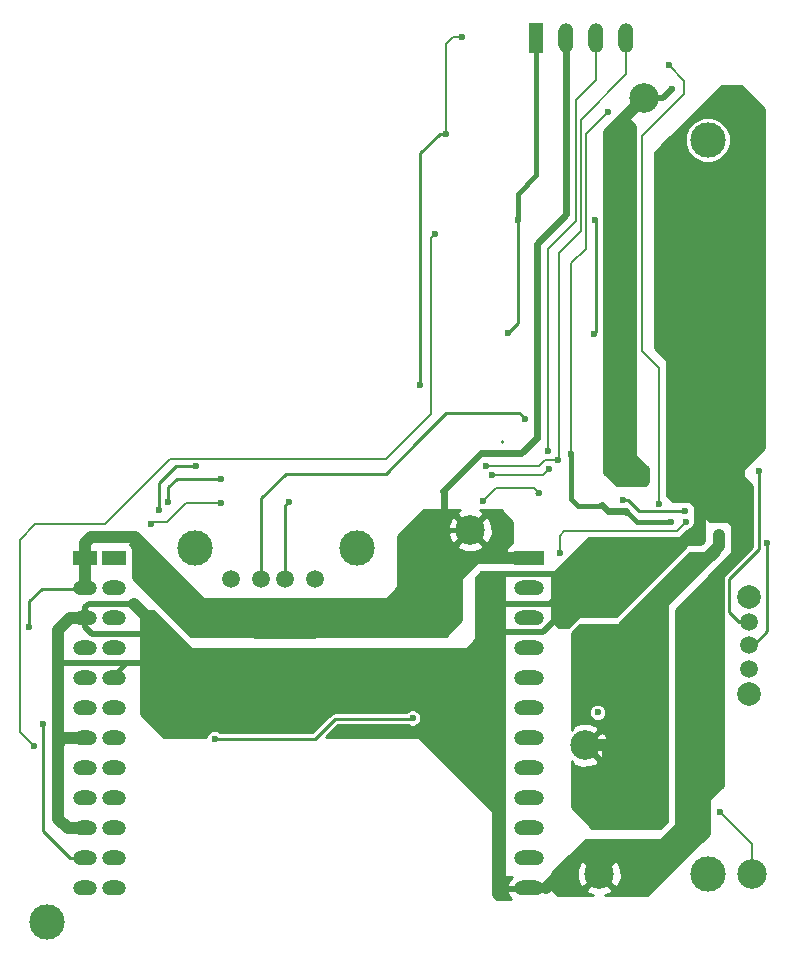
<source format=gbr>
G04 #@! TF.FileFunction,Copper,L2,Bot,Signal*
%FSLAX46Y46*%
G04 Gerber Fmt 4.6, Leading zero omitted, Abs format (unit mm)*
G04 Created by KiCad (PCBNEW 4.0.6) date Monday, July 30, 2018 'PMt' 08:55:28 PM*
%MOMM*%
%LPD*%
G01*
G04 APERTURE LIST*
%ADD10C,0.100000*%
%ADD11C,2.999740*%
%ADD12C,1.500000*%
%ADD13C,2.000000*%
%ADD14C,1.501140*%
%ADD15R,1.270000X2.540000*%
%ADD16O,1.270000X2.540000*%
%ADD17R,2.000000X1.270000*%
%ADD18O,2.000000X1.270000*%
%ADD19R,2.540000X1.270000*%
%ADD20O,2.540000X1.270000*%
%ADD21C,2.500000*%
%ADD22C,0.600000*%
%ADD23C,0.250000*%
%ADD24C,0.180000*%
%ADD25C,1.000000*%
%ADD26C,0.500000*%
%ADD27C,0.400000*%
%ADD28C,0.600000*%
%ADD29C,0.254000*%
G04 APERTURE END LIST*
D10*
D11*
X112623600Y-136855200D03*
X168605200Y-132791200D03*
X168605200Y-70612000D03*
D12*
X172059600Y-115385600D03*
X172059600Y-113385600D03*
X172059600Y-111385600D03*
D13*
X172059600Y-117485600D03*
X172059600Y-109285600D03*
D14*
X128269140Y-107799720D03*
X130809140Y-107799720D03*
X132841140Y-107799720D03*
X135381140Y-107799720D03*
D11*
X125221140Y-105132720D03*
X138937140Y-105132720D03*
D15*
X154076400Y-61986800D03*
D16*
X156616400Y-61986800D03*
X159156400Y-61986800D03*
X161696400Y-61986800D03*
D17*
X115874800Y-106019600D03*
D18*
X115874800Y-108559600D03*
X115874800Y-111099600D03*
X115874800Y-113639600D03*
X115874800Y-116179600D03*
X115874800Y-118719600D03*
X115874800Y-121259600D03*
X115874800Y-123799600D03*
X115874800Y-126339600D03*
X115874800Y-128879600D03*
X115874800Y-131419600D03*
X115874800Y-133959600D03*
D19*
X153466800Y-106019600D03*
D20*
X153466800Y-108559600D03*
X153466800Y-111099600D03*
X153466800Y-113639600D03*
X153466800Y-116179600D03*
X153466800Y-118719600D03*
X153466800Y-121259600D03*
X153466800Y-123799600D03*
X153466800Y-126339600D03*
X153466800Y-128879600D03*
X153466800Y-131419600D03*
X153466800Y-133959600D03*
D17*
X118364000Y-106019600D03*
D18*
X118364000Y-108559600D03*
X118364000Y-111099600D03*
X118364000Y-113639600D03*
X118364000Y-116179600D03*
X118364000Y-118719600D03*
X118364000Y-121259600D03*
X118364000Y-123799600D03*
X118364000Y-126339600D03*
X118364000Y-128879600D03*
X118364000Y-131419600D03*
X118364000Y-133959600D03*
D21*
X148488400Y-103632000D03*
X172364400Y-132740400D03*
X163169600Y-67056000D03*
X159410400Y-132740400D03*
X158242000Y-121869200D03*
D22*
X153111200Y-94259400D03*
X133121400Y-101269800D03*
X164439600Y-101396800D03*
X165303200Y-64262000D03*
X122174000Y-101904800D03*
X125272800Y-98247200D03*
X144272000Y-91389200D03*
X146456400Y-70104000D03*
X147828000Y-61874400D03*
X121488200Y-103098600D03*
X127406400Y-101371400D03*
X149606000Y-101142800D03*
X154305000Y-100482400D03*
X112293400Y-120065800D03*
X122936000Y-101295200D03*
X127355600Y-99314000D03*
X149809200Y-98196400D03*
X155956000Y-97713800D03*
X150317200Y-99009200D03*
X155143200Y-98501200D03*
X155092400Y-96977200D03*
X143611600Y-119557800D03*
X126847600Y-121310400D03*
X163118800Y-98653600D03*
X162356800Y-99110800D03*
X162356800Y-98653600D03*
X165608000Y-66294000D03*
X128320800Y-114274600D03*
X146024600Y-120675400D03*
X150444200Y-115874800D03*
X134950200Y-120065800D03*
X172643800Y-68351400D03*
X159283400Y-119075200D03*
X159029400Y-131292600D03*
X172770800Y-88620600D03*
X159029397Y-77418921D03*
X158978600Y-87071200D03*
X151688800Y-86944200D03*
X152501600Y-77419200D03*
X172669200Y-77444600D03*
X172008800Y-100787200D03*
X162102800Y-107188000D03*
X159920950Y-107185450D03*
X160985200Y-108305600D03*
X161033450Y-107185450D03*
X158750000Y-108305600D03*
X161033450Y-104960450D03*
X162153600Y-108254800D03*
X159920950Y-106072950D03*
X158800800Y-106070400D03*
X158808450Y-107185450D03*
X159918400Y-108305600D03*
X158808450Y-104960450D03*
X159920950Y-104960450D03*
X133807200Y-115722400D03*
X162102800Y-106273600D03*
X170789600Y-66497200D03*
X167944800Y-98958400D03*
X162145950Y-104960450D03*
X169722800Y-124917200D03*
X167284400Y-118516400D03*
X158242000Y-112166400D03*
X161340800Y-117881400D03*
X164312600Y-128447800D03*
X165481000Y-102971600D03*
X167919400Y-106680000D03*
X161366200Y-120167400D03*
X160197800Y-68224400D03*
X157048200Y-97205800D03*
X159664400Y-101574600D03*
X161696400Y-102082600D03*
X169570400Y-104038400D03*
X136296400Y-112268000D03*
X125171200Y-112217200D03*
X156591000Y-73863200D03*
X111150400Y-111861600D03*
X169646600Y-127533400D03*
X173659800Y-104698800D03*
X166725600Y-102971600D03*
X156057600Y-105613200D03*
X161442400Y-101092000D03*
X166700200Y-102031800D03*
X145516600Y-78562200D03*
X111556800Y-121920000D03*
X172974000Y-98628200D03*
D23*
X151206200Y-96164400D02*
X151206200Y-96139000D01*
X151206200Y-96139000D02*
X151206200Y-96164400D01*
X153111200Y-94259400D02*
X153111200Y-94183200D01*
X153111200Y-94183200D02*
X152654000Y-93726000D01*
X152654000Y-93726000D02*
X146456400Y-93726000D01*
X146456400Y-93726000D02*
X144018000Y-96164400D01*
X144018000Y-96164400D02*
X141325600Y-98856800D01*
X141325600Y-98856800D02*
X132892800Y-98856800D01*
X132892800Y-98856800D02*
X130809140Y-100940460D01*
X130809140Y-100940460D02*
X130809140Y-107799720D01*
X132841140Y-101550060D02*
X132841140Y-107799720D01*
X133121400Y-101269800D02*
X132841140Y-101550060D01*
D24*
X164439600Y-101396800D02*
X164439600Y-89916000D01*
X166624000Y-65582800D02*
X165303200Y-64262000D01*
X166624000Y-66700400D02*
X166624000Y-65582800D01*
X163017200Y-70307200D02*
X166624000Y-66700400D01*
X163017200Y-88493600D02*
X163017200Y-70307200D01*
X164439600Y-89916000D02*
X163017200Y-88493600D01*
D23*
X122174000Y-101904800D02*
X122174000Y-99618800D01*
X122174000Y-99618800D02*
X123545600Y-98247200D01*
X123545600Y-98247200D02*
X125272800Y-98247200D01*
X144272000Y-91389200D02*
X144272000Y-71729600D01*
X144272000Y-71729600D02*
X145897600Y-70104000D01*
X145897600Y-70104000D02*
X146456400Y-70104000D01*
D24*
X146456400Y-62484000D02*
X146456400Y-70104000D01*
X147066000Y-61874400D02*
X146456400Y-62484000D01*
X147828000Y-61874400D02*
X147066000Y-61874400D01*
X121488200Y-103098600D02*
X121589800Y-102997000D01*
X121589800Y-102997000D02*
X122809000Y-102997000D01*
X122809000Y-102997000D02*
X124434600Y-101371400D01*
X124434600Y-101371400D02*
X127406400Y-101371400D01*
X153898600Y-100076000D02*
X154305000Y-100482400D01*
X150672800Y-100076000D02*
X153898600Y-100076000D01*
X149606000Y-101142800D02*
X150672800Y-100076000D01*
X154305000Y-100482400D02*
X154051000Y-100482400D01*
D23*
X112293400Y-120065800D02*
X112293400Y-129108200D01*
X115874800Y-131419600D02*
X114604800Y-131419600D01*
X114604800Y-131419600D02*
X112293400Y-129108200D01*
X123647200Y-99314000D02*
X122936000Y-100025200D01*
X122936000Y-100025200D02*
X122936000Y-101295200D01*
X123647200Y-99314000D02*
X127355600Y-99314000D01*
D24*
X149809200Y-98196400D02*
X154330400Y-98196400D01*
X155194000Y-97739200D02*
X155956000Y-97713800D01*
X154787600Y-97739200D02*
X155194000Y-97739200D01*
X154330400Y-98196400D02*
X154787600Y-97739200D01*
X161696400Y-65024000D02*
X161696400Y-61986800D01*
X155956000Y-97713800D02*
X156006800Y-97663000D01*
X156006800Y-97663000D02*
X156006800Y-80162400D01*
X156006800Y-80162400D02*
X157835600Y-78333600D01*
X157835600Y-78333600D02*
X157835600Y-68884800D01*
X157835600Y-68884800D02*
X161696400Y-65024000D01*
X150317200Y-99009200D02*
X154635200Y-99009200D01*
X154635200Y-99009200D02*
X155143200Y-98501200D01*
X159156400Y-65532000D02*
X159156400Y-61986800D01*
X157429200Y-67259200D02*
X159156400Y-65532000D01*
X157429200Y-77470000D02*
X157429200Y-67259200D01*
X155092400Y-79806800D02*
X157429200Y-77470000D01*
X155092400Y-96977200D02*
X155092400Y-79806800D01*
D23*
X143611600Y-119557800D02*
X143594667Y-119608600D01*
X143594667Y-119608600D02*
X137058400Y-119608600D01*
X137058400Y-119608600D02*
X135356600Y-121310400D01*
X135356600Y-121310400D02*
X126847600Y-121310400D01*
D25*
X162356800Y-98653600D02*
X163118800Y-98653600D01*
X160375600Y-97129600D02*
X161899600Y-98653600D01*
X160375600Y-97129600D02*
X160375600Y-69850000D01*
X163169600Y-67056000D02*
X160375600Y-69850000D01*
X161899600Y-98653600D02*
X162356800Y-98653600D01*
D23*
X162356800Y-98653600D02*
X162356800Y-99110800D01*
D26*
X163169600Y-67056000D02*
X164846000Y-67056000D01*
X164846000Y-67056000D02*
X165608000Y-66294000D01*
D27*
X127774700Y-114820700D02*
X124980700Y-114820700D01*
X128320800Y-114274600D02*
X127774700Y-114820700D01*
X146075400Y-120624600D02*
X146202400Y-120624600D01*
X146024600Y-120675400D02*
X146075400Y-120624600D01*
D28*
X150342600Y-115874800D02*
X150342600Y-115900200D01*
X150444200Y-115874800D02*
X150342600Y-115874800D01*
D23*
X134950200Y-120065800D02*
X135128000Y-120065800D01*
D27*
X172694600Y-68402200D02*
X172694600Y-68478400D01*
X172643800Y-68351400D02*
X172694600Y-68402200D01*
D23*
X159283400Y-119075200D02*
X159308800Y-119075200D01*
D24*
X159029400Y-131292600D02*
X159029400Y-131267200D01*
X159029400Y-131267200D02*
X159029400Y-131292600D01*
X159029400Y-131292600D02*
X159029400Y-131267200D01*
D25*
X172008800Y-103682800D02*
X172008800Y-104851200D01*
X169081200Y-111385600D02*
X167284400Y-113182400D01*
X167284400Y-118516400D02*
X167284400Y-113182400D01*
X172008800Y-103682800D02*
X172008800Y-100787200D01*
X169081200Y-107778800D02*
X169081200Y-111385600D01*
X172008800Y-104851200D02*
X169081200Y-107778800D01*
D23*
X172770800Y-88620600D02*
X172669200Y-88620600D01*
X172669200Y-88620600D02*
X172770800Y-88620600D01*
X172770800Y-88620600D02*
X172669200Y-88620600D01*
X159156400Y-86893400D02*
X158978600Y-87071200D01*
X159156400Y-77545924D02*
X159156400Y-86893400D01*
X159156400Y-77545924D02*
X159029397Y-77418921D01*
X152501600Y-77419200D02*
X152501600Y-86131400D01*
X152501600Y-86131400D02*
X151688800Y-86944200D01*
D27*
X154076400Y-61986800D02*
X154076400Y-73583800D01*
X152501600Y-75158600D02*
X152501600Y-77419200D01*
X154076400Y-73583800D02*
X152501600Y-75158600D01*
D25*
X170180000Y-98958400D02*
X172694600Y-96443800D01*
X172669200Y-92506800D02*
X172669200Y-88620600D01*
X172669200Y-88620600D02*
X172669200Y-77470000D01*
X172694600Y-92481400D02*
X172669200Y-92506800D01*
X172694600Y-96443800D02*
X172694600Y-92481400D01*
X167944800Y-98958400D02*
X170180000Y-98958400D01*
X170180000Y-98958400D02*
X172008800Y-100787200D01*
X157632400Y-131267200D02*
X159029400Y-131267200D01*
X159029400Y-131267200D02*
X161366200Y-131267200D01*
X167360600Y-127762000D02*
X167360600Y-124663200D01*
X164541200Y-130581400D02*
X167360600Y-127762000D01*
X162052000Y-130581400D02*
X164541200Y-130581400D01*
X161366200Y-131267200D02*
X162052000Y-130581400D01*
D28*
X172669200Y-77444600D02*
X172642940Y-77418340D01*
X172642940Y-77418340D02*
X172568460Y-77418340D01*
D27*
X172568460Y-77418340D02*
X172669200Y-77519080D01*
X172669200Y-77519080D02*
X172669200Y-77470000D01*
X118364000Y-116179600D02*
X118364000Y-115925600D01*
X118364000Y-115925600D02*
X119380000Y-114909600D01*
X119380000Y-114909600D02*
X119227600Y-114909600D01*
X119227600Y-114909600D02*
X119176800Y-114960400D01*
X119176800Y-114960400D02*
X119176800Y-114909600D01*
D26*
X113588800Y-114909600D02*
X119176800Y-114909600D01*
X119176800Y-114909600D02*
X120954800Y-114909600D01*
X122377200Y-113487200D02*
X122377200Y-112217200D01*
X120954800Y-114909600D02*
X122377200Y-113487200D01*
X115874800Y-111099600D02*
X115874800Y-111836200D01*
X120700800Y-112471200D02*
X121666000Y-111506000D01*
X116509800Y-112471200D02*
X120700800Y-112471200D01*
X115874800Y-111836200D02*
X116509800Y-112471200D01*
X120040400Y-109880400D02*
X116179600Y-109880400D01*
X115874800Y-110185200D02*
X115874800Y-111099600D01*
X116179600Y-109880400D02*
X115874800Y-110185200D01*
X158750000Y-108305600D02*
X158750000Y-108204000D01*
X149301200Y-113741200D02*
X149301200Y-114808000D01*
X150774400Y-112268000D02*
X149301200Y-113741200D01*
X154686000Y-112268000D02*
X150774400Y-112268000D01*
X158750000Y-108204000D02*
X154686000Y-112268000D01*
X158808450Y-107185450D02*
X157939750Y-107185450D01*
X150012400Y-109880400D02*
X149301200Y-109169200D01*
X155244800Y-109880400D02*
X150012400Y-109880400D01*
X157939750Y-107185450D02*
X155244800Y-109880400D01*
X158808450Y-104960450D02*
X158183550Y-104960450D01*
X158183550Y-104960450D02*
X155803600Y-107340400D01*
X155803600Y-107340400D02*
X150926800Y-107340400D01*
X150926800Y-107340400D02*
X149301200Y-108966000D01*
D23*
X149301200Y-108966000D02*
X149301200Y-109169200D01*
D25*
X149301200Y-114808000D02*
X148437600Y-115671600D01*
X148437600Y-115671600D02*
X145694400Y-115671600D01*
X145694400Y-115671600D02*
X142443200Y-115671600D01*
D23*
X149301200Y-109169200D02*
X149301200Y-114808000D01*
D27*
X162153600Y-108254800D02*
X162153600Y-107238800D01*
X162153600Y-107238800D02*
X162102800Y-107188000D01*
X159918400Y-108305600D02*
X159918400Y-107188000D01*
X159918400Y-107188000D02*
X159920950Y-107185450D01*
X160985200Y-108305600D02*
X160985200Y-108249700D01*
X160985200Y-108249700D02*
X159920950Y-107185450D01*
X162153600Y-108254800D02*
X161036000Y-108254800D01*
X161036000Y-108254800D02*
X160985200Y-108305600D01*
X161033450Y-107185450D02*
X159920950Y-107185450D01*
X159920950Y-107185450D02*
X159870150Y-107185450D01*
X159870150Y-107185450D02*
X158750000Y-108305600D01*
X162102800Y-106273600D02*
X162102800Y-107188000D01*
X159920950Y-106072950D02*
X158803350Y-106072950D01*
X158803350Y-106072950D02*
X158800800Y-106070400D01*
X158808450Y-107185450D02*
X159920950Y-107185450D01*
X159920950Y-107185450D02*
X159918400Y-107188000D01*
D25*
X161033450Y-104960450D02*
X159920950Y-106072950D01*
D23*
X158808450Y-104960450D02*
X158859250Y-104960450D01*
X158859250Y-104960450D02*
X159054800Y-105156000D01*
X159105600Y-105156000D02*
X159105600Y-105206800D01*
X159054800Y-105156000D02*
X159105600Y-105156000D01*
D25*
X158859250Y-104960450D02*
X159105600Y-105206800D01*
X159920950Y-104960450D02*
X158859250Y-104960450D01*
D23*
X161033450Y-104960450D02*
X159920950Y-104960450D01*
X159410400Y-132740400D02*
X157784800Y-131114800D01*
X157632400Y-131165600D02*
X157632400Y-131267200D01*
X157683200Y-131114800D02*
X157632400Y-131165600D01*
X157784800Y-131114800D02*
X157683200Y-131114800D01*
D25*
X115874800Y-121259600D02*
X114046000Y-121259600D01*
X114046000Y-121259600D02*
X113588800Y-121716800D01*
X115874800Y-111099600D02*
X114604800Y-111099600D01*
X114604800Y-111099600D02*
X113588800Y-112115600D01*
X113588800Y-112115600D02*
X113588800Y-114909600D01*
X113588800Y-114909600D02*
X113588800Y-121716800D01*
X114401600Y-128879600D02*
X115874800Y-128879600D01*
X113588800Y-128066800D02*
X114401600Y-128879600D01*
X113588800Y-121716800D02*
X113588800Y-128066800D01*
D27*
X134162800Y-115722400D02*
X134162800Y-115671600D01*
X134112000Y-115671600D02*
X134162800Y-115722400D01*
X133858000Y-115671600D02*
X134112000Y-115671600D01*
X133807200Y-115722400D02*
X133858000Y-115671600D01*
D25*
X142443200Y-115671600D02*
X134162800Y-115671600D01*
X134162800Y-115671600D02*
X132029200Y-115671600D01*
X132029200Y-115671600D02*
X131343400Y-116357400D01*
X126517400Y-116357400D02*
X131343400Y-116357400D01*
X122377200Y-112217200D02*
X124980700Y-114820700D01*
X124980700Y-114820700D02*
X126517400Y-116357400D01*
X121666000Y-111506000D02*
X122377200Y-112217200D01*
D27*
X115874800Y-111099600D02*
X115874800Y-110693200D01*
D25*
X120040400Y-109880400D02*
X121666000Y-111506000D01*
X162102800Y-106273600D02*
X162102800Y-105003600D01*
X162102800Y-105003600D02*
X162145950Y-104960450D01*
D26*
X153466800Y-133959600D02*
X154940000Y-133959600D01*
D25*
X154940000Y-133959600D02*
X157632400Y-131267200D01*
X167944800Y-104495600D02*
X166725600Y-104495600D01*
X164947600Y-106273600D02*
X162102800Y-106273600D01*
X166725600Y-104495600D02*
X164947600Y-106273600D01*
X170789600Y-66497200D02*
X172669200Y-68376800D01*
X172669200Y-68376800D02*
X172669200Y-77470000D01*
X162145950Y-104960450D02*
X161033450Y-104960450D01*
X159920950Y-107185450D02*
X162145950Y-104960450D01*
D23*
X167944800Y-98958400D02*
X167944800Y-99110800D01*
D25*
X167944800Y-104495600D02*
X167944800Y-99110800D01*
D23*
X169722800Y-124917200D02*
X169468800Y-124663200D01*
D25*
X169468800Y-124663200D02*
X167360600Y-124663200D01*
X167360600Y-124663200D02*
X167182800Y-124663200D01*
D23*
X167284400Y-124561600D02*
X167182800Y-124663200D01*
D25*
X167284400Y-118516400D02*
X167284400Y-124561600D01*
D24*
X159334200Y-113258600D02*
X161315400Y-113258600D01*
X158242000Y-112166400D02*
X159334200Y-113258600D01*
X161340800Y-117881400D02*
X161315400Y-117906800D01*
X161315400Y-117906800D02*
X161340800Y-117906800D01*
X161340800Y-117906800D02*
X161315400Y-117906800D01*
D25*
X160147000Y-126873000D02*
X160147000Y-121869200D01*
X161696400Y-128422400D02*
X160147000Y-126873000D01*
X164287200Y-128422400D02*
X161696400Y-128422400D01*
D28*
X164312600Y-128447800D02*
X164287200Y-128422400D01*
D27*
X161696400Y-102082600D02*
X161747200Y-102082600D01*
X162636200Y-102971600D02*
X165481000Y-102971600D01*
X161747200Y-102082600D02*
X162636200Y-102971600D01*
X167919400Y-106680000D02*
X167906700Y-106667300D01*
X167906700Y-106667300D02*
X167919400Y-106680000D01*
X167919400Y-106680000D02*
X167919400Y-106654600D01*
D25*
X161315400Y-116078000D02*
X161315400Y-113258600D01*
X161315400Y-113258600D02*
X167919400Y-106654600D01*
X161315400Y-117906800D02*
X161315400Y-116078000D01*
X161315400Y-120167400D02*
X161315400Y-117906800D01*
X167919400Y-106654600D02*
X169570400Y-105003600D01*
D27*
X161366200Y-120167400D02*
X161315400Y-120167400D01*
X161315400Y-120167400D02*
X161366200Y-120167400D01*
X161366200Y-120167400D02*
X161315400Y-120167400D01*
D24*
X157048200Y-97205800D02*
X157048200Y-81051400D01*
X158292800Y-70129400D02*
X160197800Y-68224400D01*
X158292800Y-79806800D02*
X158292800Y-70129400D01*
X157048200Y-81051400D02*
X158292800Y-79806800D01*
D27*
X159664400Y-101574600D02*
X157581600Y-101574600D01*
X157048200Y-101041200D02*
X157048200Y-97205800D01*
X157581600Y-101574600D02*
X157048200Y-101041200D01*
D23*
X159683289Y-101555711D02*
X159683289Y-101555238D01*
X159664400Y-101574600D02*
X159683289Y-101555711D01*
D28*
X161671000Y-102057200D02*
X160197800Y-102057200D01*
X160197800Y-102057200D02*
X159683289Y-101555238D01*
X161671000Y-102057200D02*
X161696400Y-102082600D01*
D24*
X161696400Y-102082600D02*
X161671000Y-102057200D01*
D25*
X169570400Y-104038400D02*
X169570400Y-105003600D01*
X161315400Y-120167400D02*
X161315400Y-120700800D01*
X161315400Y-120700800D02*
X160147000Y-121869200D01*
X160147000Y-121869200D02*
X158242000Y-121869200D01*
D24*
X158216600Y-121843800D02*
X158242000Y-121869200D01*
D25*
X153466800Y-106019600D02*
X146659600Y-106019600D01*
D28*
X146659600Y-106019600D02*
X146304000Y-105664000D01*
D27*
X148488400Y-103632000D02*
X146761200Y-103632000D01*
X146761200Y-103632000D02*
X146304000Y-104089200D01*
X136347200Y-112268000D02*
X136347200Y-112294801D01*
X136323201Y-112291999D02*
X136347200Y-112268000D01*
X136323201Y-112294801D02*
X136323201Y-112291999D01*
X136296400Y-112268000D02*
X136323201Y-112294801D01*
X125222765Y-112268765D02*
X125323436Y-112268765D01*
X125171200Y-112217200D02*
X125222765Y-112268765D01*
D28*
X146304000Y-100228400D02*
X146304000Y-104089200D01*
X146304000Y-104089200D02*
X146304000Y-105664000D01*
D25*
X146304000Y-105664000D02*
X146304000Y-108000800D01*
X146304000Y-108000800D02*
X142009999Y-112294801D01*
X142009999Y-112294801D02*
X136347200Y-112294801D01*
X136347200Y-112294801D02*
X135177399Y-112294801D01*
X135177399Y-112294801D02*
X135177399Y-112318282D01*
X135204200Y-112268000D02*
X135177399Y-112294801D01*
D23*
X156591000Y-73863200D02*
X156616400Y-73863200D01*
X156616400Y-73863200D02*
X156591000Y-73863200D01*
X156591000Y-73863200D02*
X156616400Y-73863200D01*
D28*
X154127200Y-79603600D02*
X154127200Y-79400400D01*
X154127200Y-95808800D02*
X154127200Y-84632800D01*
X154127200Y-79603600D02*
X154127200Y-84632800D01*
X156616400Y-76911200D02*
X156616400Y-73863200D01*
X154127200Y-79400400D02*
X156616400Y-76911200D01*
X156616400Y-73863200D02*
X156616400Y-61986800D01*
D25*
X115874800Y-106019600D02*
X115874800Y-108559600D01*
X120091200Y-104241600D02*
X116382800Y-104241600D01*
X116382800Y-104241600D02*
X115874800Y-104749600D01*
X115874800Y-104749600D02*
X115874800Y-106019600D01*
X135177399Y-112318282D02*
X125323436Y-112268765D01*
X125323436Y-112268765D02*
X125171200Y-112268000D01*
X122580400Y-109677200D02*
X125171200Y-112268000D01*
X122580400Y-106730800D02*
X122580400Y-109677200D01*
X120091200Y-104241600D02*
X122580400Y-106730800D01*
X135280400Y-112318800D02*
X135177399Y-112318282D01*
D28*
X152806400Y-97129600D02*
X154127200Y-95808800D01*
X152806400Y-97129600D02*
X149402800Y-97129600D01*
X149402800Y-97129600D02*
X146304000Y-100228400D01*
X146304000Y-100228400D02*
X146202400Y-100330000D01*
D27*
X115874800Y-106019600D02*
X115874800Y-105410000D01*
D23*
X115874800Y-108559600D02*
X115824000Y-108610400D01*
X115824000Y-108610400D02*
X112217200Y-108610400D01*
X112217200Y-108610400D02*
X111150400Y-109677200D01*
X111150400Y-109677200D02*
X111150400Y-111861600D01*
D24*
X172364400Y-132740400D02*
X172364400Y-130251200D01*
X172364400Y-130251200D02*
X169646600Y-127533400D01*
D23*
X172059600Y-113385600D02*
X172491400Y-113385600D01*
X172491400Y-113385600D02*
X173659800Y-112217200D01*
X173659800Y-112217200D02*
X173659800Y-104673400D01*
X173659800Y-104673400D02*
X173659800Y-104698800D01*
D24*
X165963600Y-103733600D02*
X166725600Y-102971600D01*
X156464000Y-103733600D02*
X165963600Y-103733600D01*
X156057600Y-104140000D02*
X156464000Y-103733600D01*
X156057600Y-105613200D02*
X156057600Y-104140000D01*
D23*
X161442400Y-101092000D02*
X161823400Y-101092000D01*
X162763200Y-102031800D02*
X166700200Y-102031800D01*
X161823400Y-101092000D02*
X162763200Y-102031800D01*
D24*
X110363000Y-117906800D02*
X110363000Y-120726200D01*
X145516600Y-78562200D02*
X145186400Y-78892400D01*
X145186400Y-78892400D02*
X145186400Y-93802200D01*
X145186400Y-93802200D02*
X141325600Y-97663000D01*
X141325600Y-97663000D02*
X123063000Y-97663000D01*
X123063000Y-97663000D02*
X117576600Y-103149400D01*
X117576600Y-103149400D02*
X111658400Y-103149400D01*
X111658400Y-103149400D02*
X110363000Y-104444800D01*
X110363000Y-104444800D02*
X110363000Y-117906800D01*
X110363000Y-120726200D02*
X111556800Y-121920000D01*
D23*
X172059600Y-111385600D02*
X171228000Y-111385600D01*
X172974000Y-105257600D02*
X172974000Y-98628200D01*
X170408600Y-107823000D02*
X172974000Y-105257600D01*
X170408600Y-110566200D02*
X170408600Y-107823000D01*
X171228000Y-111385600D02*
X170408600Y-110566200D01*
D29*
G36*
X151358600Y-107647006D02*
X151358600Y-132892800D01*
X151368606Y-132942210D01*
X151397047Y-132983835D01*
X151439441Y-133011115D01*
X151485600Y-133019800D01*
X152003811Y-133019800D01*
X151843972Y-133151377D01*
X151609872Y-133590925D01*
X151603591Y-133636488D01*
X151727831Y-133832600D01*
X152933400Y-133832600D01*
X152933400Y-134086600D01*
X151727831Y-134086600D01*
X151603591Y-134282712D01*
X151609872Y-134328275D01*
X151843972Y-134767823D01*
X151948903Y-134854200D01*
X150781806Y-134854200D01*
X150444200Y-134516594D01*
X150444200Y-127508000D01*
X150434194Y-127458590D01*
X150407003Y-127418197D01*
X144158603Y-121169797D01*
X144116589Y-121141934D01*
X144068800Y-121132600D01*
X136315046Y-121132600D01*
X137287046Y-120160600D01*
X143186112Y-120160600D01*
X143199250Y-120173761D01*
X143466356Y-120284674D01*
X143755575Y-120284926D01*
X144022875Y-120174480D01*
X144227561Y-119970150D01*
X144338474Y-119703044D01*
X144338726Y-119413825D01*
X144228280Y-119146525D01*
X144023950Y-118941839D01*
X143756844Y-118830926D01*
X143467625Y-118830674D01*
X143200325Y-118941120D01*
X143084644Y-119056600D01*
X137058400Y-119056600D01*
X136847158Y-119098618D01*
X136668077Y-119218277D01*
X135127954Y-120758400D01*
X127323800Y-120758400D01*
X127259950Y-120694439D01*
X126992844Y-120583526D01*
X126703625Y-120583274D01*
X126436325Y-120693720D01*
X126231639Y-120898050D01*
X126134245Y-121132600D01*
X122582206Y-121132600D01*
X120624600Y-119174994D01*
X120624600Y-111152206D01*
X121261406Y-110515400D01*
X121664194Y-110515400D01*
X124827397Y-113678603D01*
X124869411Y-113706466D01*
X124917200Y-113715800D01*
X148132800Y-113715800D01*
X148182210Y-113705794D01*
X148222603Y-113678603D01*
X148933803Y-112967403D01*
X148961666Y-112925389D01*
X148971000Y-112877600D01*
X148971000Y-107738333D01*
X149364700Y-107213400D01*
X150924994Y-107213400D01*
X151358600Y-107647006D01*
X151358600Y-107647006D01*
G37*
X151358600Y-107647006D02*
X151358600Y-132892800D01*
X151368606Y-132942210D01*
X151397047Y-132983835D01*
X151439441Y-133011115D01*
X151485600Y-133019800D01*
X152003811Y-133019800D01*
X151843972Y-133151377D01*
X151609872Y-133590925D01*
X151603591Y-133636488D01*
X151727831Y-133832600D01*
X152933400Y-133832600D01*
X152933400Y-134086600D01*
X151727831Y-134086600D01*
X151603591Y-134282712D01*
X151609872Y-134328275D01*
X151843972Y-134767823D01*
X151948903Y-134854200D01*
X150781806Y-134854200D01*
X150444200Y-134516594D01*
X150444200Y-127508000D01*
X150434194Y-127458590D01*
X150407003Y-127418197D01*
X144158603Y-121169797D01*
X144116589Y-121141934D01*
X144068800Y-121132600D01*
X136315046Y-121132600D01*
X137287046Y-120160600D01*
X143186112Y-120160600D01*
X143199250Y-120173761D01*
X143466356Y-120284674D01*
X143755575Y-120284926D01*
X144022875Y-120174480D01*
X144227561Y-119970150D01*
X144338474Y-119703044D01*
X144338726Y-119413825D01*
X144228280Y-119146525D01*
X144023950Y-118941839D01*
X143756844Y-118830926D01*
X143467625Y-118830674D01*
X143200325Y-118941120D01*
X143084644Y-119056600D01*
X137058400Y-119056600D01*
X136847158Y-119098618D01*
X136668077Y-119218277D01*
X135127954Y-120758400D01*
X127323800Y-120758400D01*
X127259950Y-120694439D01*
X126992844Y-120583526D01*
X126703625Y-120583274D01*
X126436325Y-120693720D01*
X126231639Y-120898050D01*
X126134245Y-121132600D01*
X122582206Y-121132600D01*
X120624600Y-119174994D01*
X120624600Y-111152206D01*
X121261406Y-110515400D01*
X121664194Y-110515400D01*
X124827397Y-113678603D01*
X124869411Y-113706466D01*
X124917200Y-113715800D01*
X148132800Y-113715800D01*
X148182210Y-113705794D01*
X148222603Y-113678603D01*
X148933803Y-112967403D01*
X148961666Y-112925389D01*
X148971000Y-112877600D01*
X148971000Y-107738333D01*
X149364700Y-107213400D01*
X150924994Y-107213400D01*
X151358600Y-107647006D01*
G36*
X147463933Y-102005877D02*
X147334685Y-102298680D01*
X148488400Y-103452395D01*
X149642115Y-102298680D01*
X149512867Y-102005877D01*
X149315321Y-101930200D01*
X151077394Y-101930200D01*
X152069800Y-102922606D01*
X152069800Y-104749886D01*
X151837101Y-104846273D01*
X151658473Y-105024902D01*
X151561800Y-105258291D01*
X151561800Y-105733850D01*
X151720550Y-105892600D01*
X152069800Y-105892600D01*
X152069800Y-106146600D01*
X151720550Y-106146600D01*
X151618950Y-106248200D01*
X149250400Y-106248200D01*
X149200990Y-106258206D01*
X149160597Y-106285397D01*
X147788997Y-107656997D01*
X147761134Y-107699011D01*
X147751800Y-107746800D01*
X147751800Y-111250194D01*
X146403794Y-112598200D01*
X124817406Y-112598200D01*
X119913400Y-107694194D01*
X119913400Y-105130600D01*
X119903394Y-105081190D01*
X119876203Y-105040797D01*
X119661206Y-104825800D01*
X119786400Y-104825800D01*
X119835810Y-104815794D01*
X119877435Y-104787353D01*
X119904715Y-104744959D01*
X119913400Y-104698800D01*
X119913400Y-103860600D01*
X120241794Y-103860600D01*
X125843397Y-109462203D01*
X125885411Y-109490066D01*
X125933200Y-109499400D01*
X141325600Y-109499400D01*
X141375010Y-109489394D01*
X141415403Y-109462203D01*
X142329803Y-108547803D01*
X142357666Y-108505789D01*
X142367000Y-108458000D01*
X142367000Y-104965320D01*
X147334685Y-104965320D01*
X147463933Y-105258123D01*
X148164206Y-105526388D01*
X148913835Y-105506250D01*
X149512867Y-105258123D01*
X149642115Y-104965320D01*
X148488400Y-103811605D01*
X147334685Y-104965320D01*
X142367000Y-104965320D01*
X142367000Y-104141806D01*
X143201000Y-103307806D01*
X146594012Y-103307806D01*
X146614150Y-104057435D01*
X146862277Y-104656467D01*
X147155080Y-104785715D01*
X148308795Y-103632000D01*
X148668005Y-103632000D01*
X149821720Y-104785715D01*
X150114523Y-104656467D01*
X150382788Y-103956194D01*
X150362650Y-103206565D01*
X150114523Y-102607533D01*
X149821720Y-102478285D01*
X148668005Y-103632000D01*
X148308795Y-103632000D01*
X147155080Y-102478285D01*
X146862277Y-102607533D01*
X146594012Y-103307806D01*
X143201000Y-103307806D01*
X144578606Y-101930200D01*
X147646634Y-101930200D01*
X147463933Y-102005877D01*
X147463933Y-102005877D01*
G37*
X147463933Y-102005877D02*
X147334685Y-102298680D01*
X148488400Y-103452395D01*
X149642115Y-102298680D01*
X149512867Y-102005877D01*
X149315321Y-101930200D01*
X151077394Y-101930200D01*
X152069800Y-102922606D01*
X152069800Y-104749886D01*
X151837101Y-104846273D01*
X151658473Y-105024902D01*
X151561800Y-105258291D01*
X151561800Y-105733850D01*
X151720550Y-105892600D01*
X152069800Y-105892600D01*
X152069800Y-106146600D01*
X151720550Y-106146600D01*
X151618950Y-106248200D01*
X149250400Y-106248200D01*
X149200990Y-106258206D01*
X149160597Y-106285397D01*
X147788997Y-107656997D01*
X147761134Y-107699011D01*
X147751800Y-107746800D01*
X147751800Y-111250194D01*
X146403794Y-112598200D01*
X124817406Y-112598200D01*
X119913400Y-107694194D01*
X119913400Y-105130600D01*
X119903394Y-105081190D01*
X119876203Y-105040797D01*
X119661206Y-104825800D01*
X119786400Y-104825800D01*
X119835810Y-104815794D01*
X119877435Y-104787353D01*
X119904715Y-104744959D01*
X119913400Y-104698800D01*
X119913400Y-103860600D01*
X120241794Y-103860600D01*
X125843397Y-109462203D01*
X125885411Y-109490066D01*
X125933200Y-109499400D01*
X141325600Y-109499400D01*
X141375010Y-109489394D01*
X141415403Y-109462203D01*
X142329803Y-108547803D01*
X142357666Y-108505789D01*
X142367000Y-108458000D01*
X142367000Y-104965320D01*
X147334685Y-104965320D01*
X147463933Y-105258123D01*
X148164206Y-105526388D01*
X148913835Y-105506250D01*
X149512867Y-105258123D01*
X149642115Y-104965320D01*
X148488400Y-103811605D01*
X147334685Y-104965320D01*
X142367000Y-104965320D01*
X142367000Y-104141806D01*
X143201000Y-103307806D01*
X146594012Y-103307806D01*
X146614150Y-104057435D01*
X146862277Y-104656467D01*
X147155080Y-104785715D01*
X148308795Y-103632000D01*
X148668005Y-103632000D01*
X149821720Y-104785715D01*
X150114523Y-104656467D01*
X150382788Y-103956194D01*
X150362650Y-103206565D01*
X150114523Y-102607533D01*
X149821720Y-102478285D01*
X148668005Y-103632000D01*
X148308795Y-103632000D01*
X147155080Y-102478285D01*
X146862277Y-102607533D01*
X146594012Y-103307806D01*
X143201000Y-103307806D01*
X144578606Y-101930200D01*
X147646634Y-101930200D01*
X147463933Y-102005877D01*
G36*
X162407600Y-69420006D02*
X162407600Y-97256600D01*
X162417606Y-97306010D01*
X162444797Y-97346403D01*
X163525200Y-98426806D01*
X163525200Y-99591594D01*
X163320194Y-99796600D01*
X160908258Y-99796600D01*
X159842200Y-98801612D01*
X159842200Y-69851806D01*
X160682206Y-69011800D01*
X161999394Y-69011800D01*
X162407600Y-69420006D01*
X162407600Y-69420006D01*
G37*
X162407600Y-69420006D02*
X162407600Y-97256600D01*
X162417606Y-97306010D01*
X162444797Y-97346403D01*
X163525200Y-98426806D01*
X163525200Y-99591594D01*
X163320194Y-99796600D01*
X160908258Y-99796600D01*
X159842200Y-98801612D01*
X159842200Y-69851806D01*
X160682206Y-69011800D01*
X161999394Y-69011800D01*
X162407600Y-69420006D01*
G36*
X165187997Y-109917597D02*
X165160134Y-109959611D01*
X165150800Y-110007400D01*
X165150800Y-128318994D01*
X164590194Y-128879600D01*
X158828006Y-128879600D01*
X157073600Y-127125194D01*
X157073600Y-123217208D01*
X157088286Y-123202522D01*
X157217533Y-123495323D01*
X157917806Y-123763588D01*
X158667435Y-123743450D01*
X159266467Y-123495323D01*
X159395715Y-123202520D01*
X158242000Y-122048805D01*
X158227858Y-122062948D01*
X158048253Y-121883343D01*
X158062395Y-121869200D01*
X158421605Y-121869200D01*
X159575320Y-123022915D01*
X159868123Y-122893667D01*
X160136388Y-122193394D01*
X160116250Y-121443765D01*
X159868123Y-120844733D01*
X159575320Y-120715485D01*
X158421605Y-121869200D01*
X158062395Y-121869200D01*
X158048253Y-121855058D01*
X158227858Y-121675453D01*
X158242000Y-121689595D01*
X159395715Y-120535880D01*
X159266467Y-120243077D01*
X158566194Y-119974812D01*
X157816565Y-119994950D01*
X157217533Y-120243077D01*
X157088286Y-120535878D01*
X157073600Y-120521192D01*
X157073600Y-119219175D01*
X158556274Y-119219175D01*
X158666720Y-119486475D01*
X158871050Y-119691161D01*
X159138156Y-119802074D01*
X159427375Y-119802326D01*
X159694675Y-119691880D01*
X159899361Y-119487550D01*
X160010274Y-119220444D01*
X160010526Y-118931225D01*
X159900080Y-118663925D01*
X159695750Y-118459239D01*
X159428644Y-118348326D01*
X159139425Y-118348074D01*
X158872125Y-118458520D01*
X158667439Y-118662850D01*
X158556526Y-118929956D01*
X158556274Y-119219175D01*
X157073600Y-119219175D01*
X157073600Y-112371406D01*
X157786606Y-111658400D01*
X161010600Y-111658400D01*
X161060010Y-111648394D01*
X161100403Y-111621203D01*
X167108406Y-105613200D01*
X168427400Y-105613200D01*
X168476810Y-105603194D01*
X168499340Y-105587800D01*
X169517794Y-105587800D01*
X165187997Y-109917597D01*
X165187997Y-109917597D01*
G37*
X165187997Y-109917597D02*
X165160134Y-109959611D01*
X165150800Y-110007400D01*
X165150800Y-128318994D01*
X164590194Y-128879600D01*
X158828006Y-128879600D01*
X157073600Y-127125194D01*
X157073600Y-123217208D01*
X157088286Y-123202522D01*
X157217533Y-123495323D01*
X157917806Y-123763588D01*
X158667435Y-123743450D01*
X159266467Y-123495323D01*
X159395715Y-123202520D01*
X158242000Y-122048805D01*
X158227858Y-122062948D01*
X158048253Y-121883343D01*
X158062395Y-121869200D01*
X158421605Y-121869200D01*
X159575320Y-123022915D01*
X159868123Y-122893667D01*
X160136388Y-122193394D01*
X160116250Y-121443765D01*
X159868123Y-120844733D01*
X159575320Y-120715485D01*
X158421605Y-121869200D01*
X158062395Y-121869200D01*
X158048253Y-121855058D01*
X158227858Y-121675453D01*
X158242000Y-121689595D01*
X159395715Y-120535880D01*
X159266467Y-120243077D01*
X158566194Y-119974812D01*
X157816565Y-119994950D01*
X157217533Y-120243077D01*
X157088286Y-120535878D01*
X157073600Y-120521192D01*
X157073600Y-119219175D01*
X158556274Y-119219175D01*
X158666720Y-119486475D01*
X158871050Y-119691161D01*
X159138156Y-119802074D01*
X159427375Y-119802326D01*
X159694675Y-119691880D01*
X159899361Y-119487550D01*
X160010274Y-119220444D01*
X160010526Y-118931225D01*
X159900080Y-118663925D01*
X159695750Y-118459239D01*
X159428644Y-118348326D01*
X159139425Y-118348074D01*
X158872125Y-118458520D01*
X158667439Y-118662850D01*
X158556526Y-118929956D01*
X158556274Y-119219175D01*
X157073600Y-119219175D01*
X157073600Y-112371406D01*
X157786606Y-111658400D01*
X161010600Y-111658400D01*
X161060010Y-111648394D01*
X161100403Y-111621203D01*
X167108406Y-105613200D01*
X168427400Y-105613200D01*
X168476810Y-105603194D01*
X168499340Y-105587800D01*
X169517794Y-105587800D01*
X165187997Y-109917597D01*
G36*
X173355000Y-67996666D02*
X173355000Y-96721394D01*
X171664997Y-98411397D01*
X171637134Y-98453411D01*
X171627800Y-98501200D01*
X171627800Y-99110800D01*
X171637806Y-99160210D01*
X171664997Y-99200603D01*
X172389800Y-99925406D01*
X172389800Y-102950265D01*
X172373085Y-102976241D01*
X172364400Y-103022400D01*
X172364400Y-105052594D01*
X169937797Y-107479197D01*
X169909934Y-107521211D01*
X169900600Y-107569000D01*
X169900600Y-107608792D01*
X169898618Y-107611758D01*
X169898618Y-107611759D01*
X169856600Y-107823000D01*
X169856600Y-110566200D01*
X169898618Y-110777442D01*
X169900600Y-110780408D01*
X169900600Y-125270994D01*
X168718597Y-126452997D01*
X168690734Y-126495011D01*
X168681400Y-126542800D01*
X168681400Y-129360394D01*
X163472594Y-134569200D01*
X159945561Y-134569200D01*
X160434867Y-134366523D01*
X160564115Y-134073720D01*
X159410400Y-132920005D01*
X158256685Y-134073720D01*
X158385933Y-134366523D01*
X158914997Y-134569200D01*
X155957806Y-134569200D01*
X155397200Y-134008594D01*
X155397200Y-132716806D01*
X155697800Y-132416206D01*
X157516012Y-132416206D01*
X157536150Y-133165835D01*
X157784277Y-133764867D01*
X158077080Y-133894115D01*
X159230795Y-132740400D01*
X159590005Y-132740400D01*
X160743720Y-133894115D01*
X161036523Y-133764867D01*
X161304788Y-133064594D01*
X161284650Y-132314965D01*
X161036523Y-131715933D01*
X160743720Y-131586685D01*
X159590005Y-132740400D01*
X159230795Y-132740400D01*
X158077080Y-131586685D01*
X157784277Y-131715933D01*
X157516012Y-132416206D01*
X155697800Y-132416206D01*
X156706926Y-131407080D01*
X158256685Y-131407080D01*
X159410400Y-132560795D01*
X160564115Y-131407080D01*
X160434867Y-131114277D01*
X159734594Y-130846012D01*
X158984965Y-130866150D01*
X158385933Y-131114277D01*
X158256685Y-131407080D01*
X156706926Y-131407080D01*
X158269206Y-129844800D01*
X164719000Y-129844800D01*
X164768410Y-129834794D01*
X164808803Y-129807603D01*
X165901003Y-128715403D01*
X165928866Y-128673389D01*
X165938200Y-128625600D01*
X165938200Y-110390206D01*
X170625403Y-105703003D01*
X170653266Y-105660989D01*
X170662600Y-105613200D01*
X170662600Y-103276400D01*
X170652594Y-103226990D01*
X170625403Y-103186597D01*
X170371403Y-102932597D01*
X170329389Y-102904734D01*
X170281600Y-102895400D01*
X168835606Y-102895400D01*
X167196403Y-101256197D01*
X167154389Y-101228334D01*
X167106600Y-101219000D01*
X165635206Y-101219000D01*
X165176200Y-100759994D01*
X165176200Y-89357200D01*
X165166194Y-89307790D01*
X165139003Y-89267397D01*
X164109400Y-88237794D01*
X164109400Y-71731406D01*
X164847209Y-70993597D01*
X166677996Y-70993597D01*
X166970726Y-71702058D01*
X167512291Y-72244569D01*
X168220240Y-72538535D01*
X168986797Y-72539204D01*
X169695258Y-72246474D01*
X170237769Y-71704909D01*
X170531735Y-70996960D01*
X170532404Y-70230403D01*
X170239674Y-69521942D01*
X169698109Y-68979431D01*
X168990160Y-68685465D01*
X168223603Y-68684796D01*
X167515142Y-68977526D01*
X166972631Y-69519091D01*
X166678665Y-70227040D01*
X166677996Y-70993597D01*
X164847209Y-70993597D01*
X169800806Y-66040000D01*
X171447250Y-66040000D01*
X173355000Y-67996666D01*
X173355000Y-67996666D01*
G37*
X173355000Y-67996666D02*
X173355000Y-96721394D01*
X171664997Y-98411397D01*
X171637134Y-98453411D01*
X171627800Y-98501200D01*
X171627800Y-99110800D01*
X171637806Y-99160210D01*
X171664997Y-99200603D01*
X172389800Y-99925406D01*
X172389800Y-102950265D01*
X172373085Y-102976241D01*
X172364400Y-103022400D01*
X172364400Y-105052594D01*
X169937797Y-107479197D01*
X169909934Y-107521211D01*
X169900600Y-107569000D01*
X169900600Y-107608792D01*
X169898618Y-107611758D01*
X169898618Y-107611759D01*
X169856600Y-107823000D01*
X169856600Y-110566200D01*
X169898618Y-110777442D01*
X169900600Y-110780408D01*
X169900600Y-125270994D01*
X168718597Y-126452997D01*
X168690734Y-126495011D01*
X168681400Y-126542800D01*
X168681400Y-129360394D01*
X163472594Y-134569200D01*
X159945561Y-134569200D01*
X160434867Y-134366523D01*
X160564115Y-134073720D01*
X159410400Y-132920005D01*
X158256685Y-134073720D01*
X158385933Y-134366523D01*
X158914997Y-134569200D01*
X155957806Y-134569200D01*
X155397200Y-134008594D01*
X155397200Y-132716806D01*
X155697800Y-132416206D01*
X157516012Y-132416206D01*
X157536150Y-133165835D01*
X157784277Y-133764867D01*
X158077080Y-133894115D01*
X159230795Y-132740400D01*
X159590005Y-132740400D01*
X160743720Y-133894115D01*
X161036523Y-133764867D01*
X161304788Y-133064594D01*
X161284650Y-132314965D01*
X161036523Y-131715933D01*
X160743720Y-131586685D01*
X159590005Y-132740400D01*
X159230795Y-132740400D01*
X158077080Y-131586685D01*
X157784277Y-131715933D01*
X157516012Y-132416206D01*
X155697800Y-132416206D01*
X156706926Y-131407080D01*
X158256685Y-131407080D01*
X159410400Y-132560795D01*
X160564115Y-131407080D01*
X160434867Y-131114277D01*
X159734594Y-130846012D01*
X158984965Y-130866150D01*
X158385933Y-131114277D01*
X158256685Y-131407080D01*
X156706926Y-131407080D01*
X158269206Y-129844800D01*
X164719000Y-129844800D01*
X164768410Y-129834794D01*
X164808803Y-129807603D01*
X165901003Y-128715403D01*
X165928866Y-128673389D01*
X165938200Y-128625600D01*
X165938200Y-110390206D01*
X170625403Y-105703003D01*
X170653266Y-105660989D01*
X170662600Y-105613200D01*
X170662600Y-103276400D01*
X170652594Y-103226990D01*
X170625403Y-103186597D01*
X170371403Y-102932597D01*
X170329389Y-102904734D01*
X170281600Y-102895400D01*
X168835606Y-102895400D01*
X167196403Y-101256197D01*
X167154389Y-101228334D01*
X167106600Y-101219000D01*
X165635206Y-101219000D01*
X165176200Y-100759994D01*
X165176200Y-89357200D01*
X165166194Y-89307790D01*
X165139003Y-89267397D01*
X164109400Y-88237794D01*
X164109400Y-71731406D01*
X164847209Y-70993597D01*
X166677996Y-70993597D01*
X166970726Y-71702058D01*
X167512291Y-72244569D01*
X168220240Y-72538535D01*
X168986797Y-72539204D01*
X169695258Y-72246474D01*
X170237769Y-71704909D01*
X170531735Y-70996960D01*
X170532404Y-70230403D01*
X170239674Y-69521942D01*
X169698109Y-68979431D01*
X168990160Y-68685465D01*
X168223603Y-68684796D01*
X167515142Y-68977526D01*
X166972631Y-69519091D01*
X166678665Y-70227040D01*
X166677996Y-70993597D01*
X164847209Y-70993597D01*
X169800806Y-66040000D01*
X171447250Y-66040000D01*
X173355000Y-67996666D01*
G36*
X167843200Y-104292400D02*
X167157400Y-104292400D01*
X167107990Y-104302406D01*
X167067597Y-104329597D01*
X166838997Y-104558197D01*
X166811134Y-104600211D01*
X166801800Y-104648000D01*
X166801800Y-104950994D01*
X160856394Y-110896400D01*
X157759400Y-110896400D01*
X157709990Y-110906406D01*
X157669597Y-110933597D01*
X156792394Y-111810800D01*
X155983206Y-111810800D01*
X155448000Y-111275594D01*
X155448000Y-107443806D01*
X158574006Y-104317800D01*
X166192200Y-104317800D01*
X166241610Y-104307794D01*
X166282003Y-104280603D01*
X166863885Y-103698721D01*
X166869575Y-103698726D01*
X167136875Y-103588280D01*
X167341561Y-103383950D01*
X167452474Y-103116844D01*
X167452480Y-103110126D01*
X167489406Y-103073200D01*
X167843200Y-103073200D01*
X167843200Y-104292400D01*
X167843200Y-104292400D01*
G37*
X167843200Y-104292400D02*
X167157400Y-104292400D01*
X167107990Y-104302406D01*
X167067597Y-104329597D01*
X166838997Y-104558197D01*
X166811134Y-104600211D01*
X166801800Y-104648000D01*
X166801800Y-104950994D01*
X160856394Y-110896400D01*
X157759400Y-110896400D01*
X157709990Y-110906406D01*
X157669597Y-110933597D01*
X156792394Y-111810800D01*
X155983206Y-111810800D01*
X155448000Y-111275594D01*
X155448000Y-107443806D01*
X158574006Y-104317800D01*
X166192200Y-104317800D01*
X166241610Y-104307794D01*
X166282003Y-104280603D01*
X166863885Y-103698721D01*
X166869575Y-103698726D01*
X167136875Y-103588280D01*
X167341561Y-103383950D01*
X167452474Y-103116844D01*
X167452480Y-103110126D01*
X167489406Y-103073200D01*
X167843200Y-103073200D01*
X167843200Y-104292400D01*
M02*

</source>
